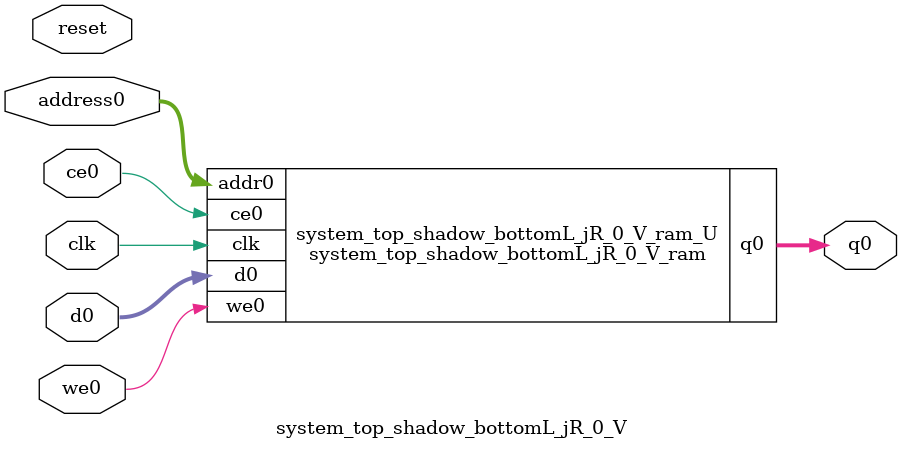
<source format=v>
`timescale 1 ns / 1 ps
module system_top_shadow_bottomL_jR_0_V_ram (addr0, ce0, d0, we0, q0,  clk);

parameter DWIDTH = 32;
parameter AWIDTH = 2;
parameter MEM_SIZE = 3;

input[AWIDTH-1:0] addr0;
input ce0;
input[DWIDTH-1:0] d0;
input we0;
output reg[DWIDTH-1:0] q0;
input clk;

reg [DWIDTH-1:0] ram[0:MEM_SIZE-1];




always @(posedge clk)  
begin 
    if (ce0) begin
        if (we0) 
            ram[addr0] <= d0; 
        q0 <= ram[addr0];
    end
end


endmodule

`timescale 1 ns / 1 ps
module system_top_shadow_bottomL_jR_0_V(
    reset,
    clk,
    address0,
    ce0,
    we0,
    d0,
    q0);

parameter DataWidth = 32'd32;
parameter AddressRange = 32'd3;
parameter AddressWidth = 32'd2;
input reset;
input clk;
input[AddressWidth - 1:0] address0;
input ce0;
input we0;
input[DataWidth - 1:0] d0;
output[DataWidth - 1:0] q0;



system_top_shadow_bottomL_jR_0_V_ram system_top_shadow_bottomL_jR_0_V_ram_U(
    .clk( clk ),
    .addr0( address0 ),
    .ce0( ce0 ),
    .we0( we0 ),
    .d0( d0 ),
    .q0( q0 ));

endmodule


</source>
